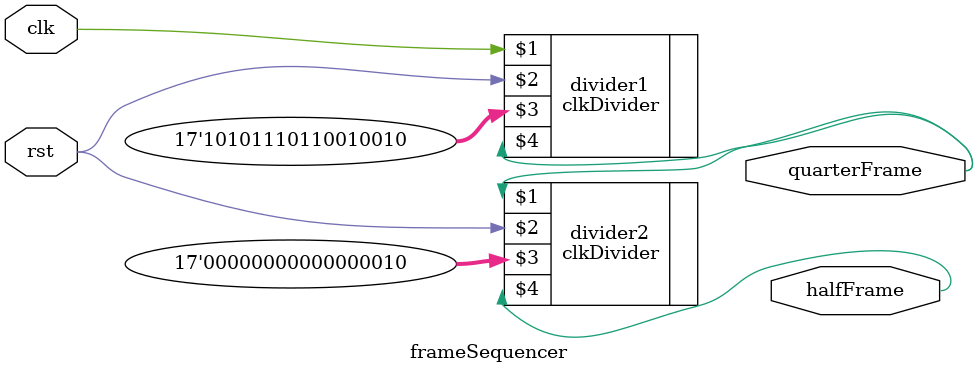
<source format=v>
`include "commonComponents"

module frameSequencer(
    input clk,
    input rst,
    output quarterFrame,
    output halfFrame
);

clkDivider divider1(clk, rst, 17'd89490, quarterFrame);    // should output 240 hz
clkDivider divider2(quarterFrame, rst, 17'd2, halfFrame);           // should output 120 hz

endmodule

</source>
